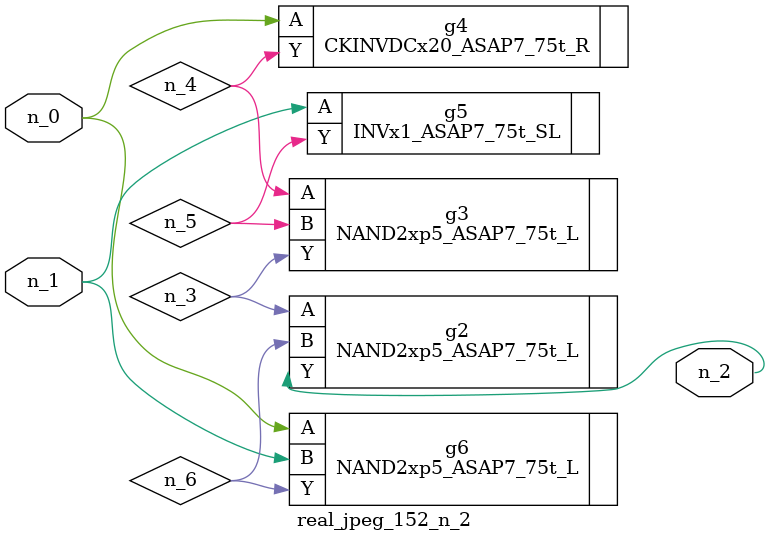
<source format=v>
module real_jpeg_152_n_2 (n_1, n_0, n_2);

input n_1;
input n_0;

output n_2;

wire n_5;
wire n_4;
wire n_6;
wire n_3;

CKINVDCx20_ASAP7_75t_R g4 ( 
.A(n_0),
.Y(n_4)
);

NAND2xp5_ASAP7_75t_L g6 ( 
.A(n_0),
.B(n_1),
.Y(n_6)
);

INVx1_ASAP7_75t_SL g5 ( 
.A(n_1),
.Y(n_5)
);

NAND2xp5_ASAP7_75t_L g2 ( 
.A(n_3),
.B(n_6),
.Y(n_2)
);

NAND2xp5_ASAP7_75t_L g3 ( 
.A(n_4),
.B(n_5),
.Y(n_3)
);


endmodule
</source>
